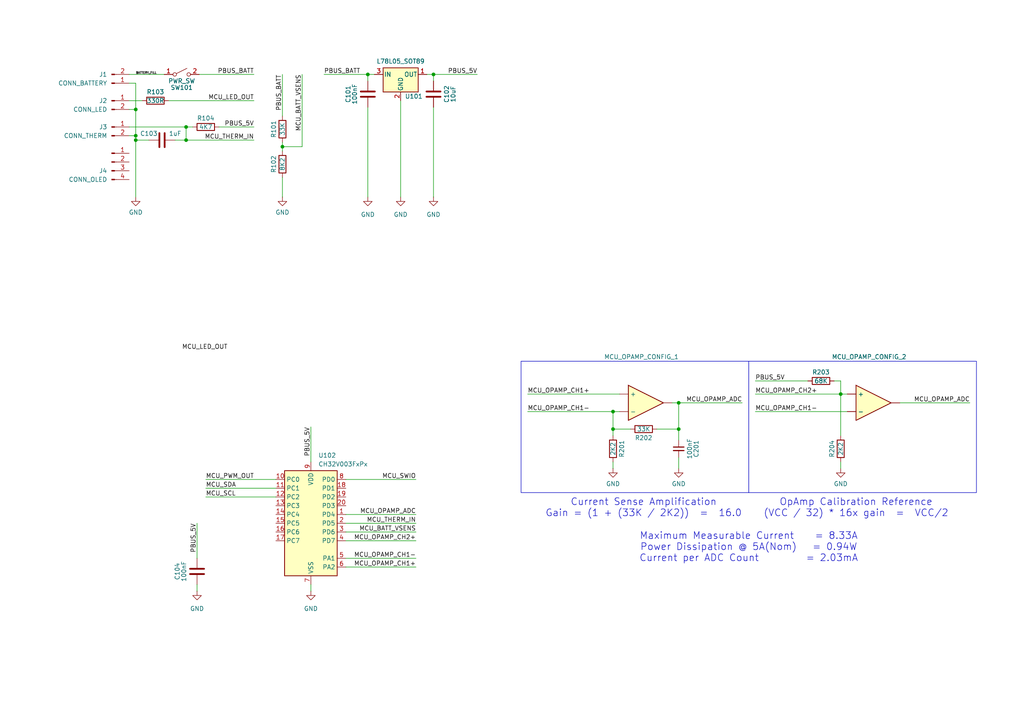
<source format=kicad_sch>
(kicad_sch (version 20250114) (generator "eeschema") (generator_version "9.0")
  (paper "A4")
  (title_block (title "TCRHMAG") (date "2026-01-26") (rev "MkI") (company "ADBeta"))
  (lib_symbols
    (symbol "Connector:Conn_01x02_Pin" (pin_names (offset 1.016) (hide yes))
      (property "Reference" "J" (at 0 2.54 0))
      (property "Value" "Conn_01x02_Pin" (at 0 -5.08 0))
      (symbol "Conn_01x02_Pin_1_1"
        (rectangle (start 0.8636 0.127) (end 0 -0.127) (stroke (width 0.1524)) (fill (type outline)))
        (rectangle (start 0.8636 -2.413) (end 0 -2.667) (stroke (width 0.1524)) (fill (type outline)))
        (polyline (pts (xy 1.27 0) (xy 0.8636 0)) (stroke (width 0.1524)))
        (polyline (pts (xy 1.27 -2.54) (xy 0.8636 -2.54)) (stroke (width 0.1524)))
        (pin passive line (at 5.08 0 180) (length 3.81) (name "Pin_1") (number "1"))
        (pin passive line (at 5.08 -2.54 180) (length 3.81) (name "Pin_2") (number "2"))
      )
    )
    (symbol "Connector:Conn_01x04_Pin" (pin_names (offset 1.016) (hide yes))
      (property "Reference" "J" (at 0 5.08 0))
      (property "Value" "Conn_01x04_Pin" (at 0 -7.62 0))
      (symbol "Conn_01x04_Pin_1_1"
        (rectangle (start 0.8636 2.667) (end 0 2.413) (stroke (width 0.1524)) (fill (type outline)))
        (rectangle (start 0.8636 0.127) (end 0 -0.127) (stroke (width 0.1524)) (fill (type outline)))
        (rectangle (start 0.8636 -2.413) (end 0 -2.667) (stroke (width 0.1524)) (fill (type outline)))
        (rectangle (start 0.8636 -4.953) (end 0 -5.207) (stroke (width 0.1524)) (fill (type outline)))
        (polyline (pts (xy 1.27 2.54) (xy 0.8636 2.54)) (stroke (width 0.1524)))
        (polyline (pts (xy 1.27 0) (xy 0.8636 0)) (stroke (width 0.1524)))
        (polyline (pts (xy 1.27 -2.54) (xy 0.8636 -2.54)) (stroke (width 0.1524)))
        (polyline (pts (xy 1.27 -5.08) (xy 0.8636 -5.08)) (stroke (width 0.1524)))
        (pin passive line (at 5.08 2.54 180) (length 3.81) (name "Pin_1") (number "1"))
        (pin passive line (at 5.08 0 180) (length 3.81) (name "Pin_2") (number "2"))
        (pin passive line (at 5.08 -2.54 180) (length 3.81) (name "Pin_3") (number "3"))
        (pin passive line (at 5.08 -5.08 180) (length 3.81) (name "Pin_4") (number "4"))
      )
    )
    (symbol "Device:C" (pin_numbers (hide yes)) (pin_names (offset 0.254))
      (property "Reference" "C" (at 0.635 2.54 0))
      (property "Value" "C" (at 0.635 -2.54 0))
      (symbol "C_0_1"
        (polyline (pts (xy -2.032 0.762) (xy 2.032 0.762)) (stroke (width 0.508)))
        (polyline (pts (xy -2.032 -0.762) (xy 2.032 -0.762)) (stroke (width 0.508)))
      )
      (symbol "C_1_1"
        (pin passive line (at 0 3.81 270) (length 2.794) (name "~") (number "1"))
        (pin passive line (at 0 -3.81 90) (length 2.794) (name "~") (number "2"))
      )
    )
    (symbol "Device:C_Small" (pin_numbers (hide yes)) (pin_names (offset 0.254) (hide yes))
      (property "Reference" "C" (at 0.254 1.778 0))
      (property "Value" "C_Small" (at 0.254 -2.032 0))
      (symbol "C_Small_0_1"
        (polyline (pts (xy -1.524 0.508) (xy 1.524 0.508)) (stroke (width 0.3048)))
        (polyline (pts (xy -1.524 -0.508) (xy 1.524 -0.508)) (stroke (width 0.3302)))
      )
      (symbol "C_Small_1_1"
        (pin passive line (at 0 2.54 270) (length 2.032) (name "~") (number "1"))
        (pin passive line (at 0 -2.54 90) (length 2.032) (name "~") (number "2"))
      )
    )
    (symbol "Device:R" (pin_numbers (hide yes)) (pin_names (offset 0))
      (property "Reference" "R" (at 2.032 0 90))
      (property "Value" "R" (at 0 0 90))
      (symbol "R_0_1"
        (rectangle (start -1.016 -2.54) (end 1.016 2.54) (stroke (width 0.254)))
      )
      (symbol "R_1_1"
        (pin passive line (at 0 3.81 270) (length 1.27) (name "~") (number "1"))
        (pin passive line (at 0 -3.81 90) (length 1.27) (name "~") (number "2"))
      )
    )
    (symbol "MCU_WCH_RiscV:CH32V003FxPx"
      (property "Reference" "U" (at -7.62 17.78 0))
      (property "Value" "CH32V003FxPx" (at 7.62 17.78 0))
      (symbol "CH32V003FxPx_1_1"
        (rectangle (start -7.62 15.24) (end 7.62 -15.24) (stroke (width 0.254)) (fill (type background)))
        (pin bidirectional line (at -10.16 12.7 0) (length 2.54) (name "PC0") (number "10"))
        (pin bidirectional line (at -10.16 10.16 0) (length 2.54) (name "PC1") (number "11"))
        (pin bidirectional line (at -10.16 7.62 0) (length 2.54) (name "PC2") (number "12"))
        (pin bidirectional line (at -10.16 5.08 0) (length 2.54) (name "PC3") (number "13"))
        (pin bidirectional line (at -10.16 2.54 0) (length 2.54) (name "PC4") (number "14"))
        (pin bidirectional line (at -10.16 0 0) (length 2.54) (name "PC5") (number "15"))
        (pin bidirectional line (at -10.16 -2.54 0) (length 2.54) (name "PC6") (number "16"))
        (pin bidirectional line (at -10.16 -5.08 0) (length 2.54) (name "PC7") (number "17"))
        (pin power_in line (at 0 17.78 270) (length 2.54) (name "VDD") (number "9"))
        (pin power_in line (at 0 -17.78 90) (length 2.54) (name "VSS") (number "7"))
        (pin bidirectional line (at 10.16 12.7 180) (length 2.54) (name "PD0") (number "8"))
        (pin bidirectional line (at 10.16 10.16 180) (length 2.54) (name "PD1") (number "18"))
        (pin bidirectional line (at 10.16 7.62 180) (length 2.54) (name "PD2") (number "19"))
        (pin bidirectional line (at 10.16 5.08 180) (length 2.54) (name "PD3") (number "20"))
        (pin bidirectional line (at 10.16 2.54 180) (length 2.54) (name "PD4") (number "1"))
        (pin bidirectional line (at 10.16 0 180) (length 2.54) (name "PD5") (number "2"))
        (pin bidirectional line (at 10.16 -2.54 180) (length 2.54) (name "PD6") (number "3"))
        (pin bidirectional line (at 10.16 -5.08 180) (length 2.54) (name "PD7") (number "4"))
        (pin bidirectional line (at 10.16 -10.16 180) (length 2.54) (name "PA1") (number "5"))
        (pin bidirectional line (at 10.16 -12.7 180) (length 2.54) (name "PA2") (number "6"))
      )
    )
    (symbol "Regulator_Linear:L78L05_SOT89" (pin_names (offset 0.254))
      (property "Reference" "U" (at -3.81 3.175 0))
      (property "Value" "L78L05_SOT89" (at -0.635 3.175 0))
      (symbol "L78L05_SOT89_0_1"
        (rectangle (start -5.08 1.905) (end 5.08 -5.08) (stroke (width 0.254)) (fill (type background)))
      )
      (symbol "L78L05_SOT89_1_1"
        (pin power_in line (at -7.62 0 0) (length 2.54) (name "IN") (number "3"))
        (pin power_in line (at 0 -7.62 90) (length 2.54) (name "GND") (number "2"))
        (pin power_out line (at 7.62 0 180) (length 2.54) (name "OUT") (number "1"))
      )
    )
    (symbol "Switch:SW_SPST" (pin_names (offset 0) (hide yes))
      (property "Reference" "SW" (at 0 3.175 0))
      (property "Value" "SW_SPST" (at 0 -2.54 0))
      (symbol "SW_SPST_0_0"
        (circle (center -2.032 0) (radius 0.508))
        (polyline (pts (xy -1.524 0.254) (xy 1.524 1.778)))
        (circle (center 2.032 0) (radius 0.508))
      )
      (symbol "SW_SPST_1_1"
        (pin passive line (at -5.08 0 0) (length 2.54) (name "A") (number "1"))
        (pin passive line (at 5.08 0 180) (length 2.54) (name "B") (number "2"))
      )
    )
    (symbol "TCRHMAG:Si4116DY"
      (property "Reference" "Q" (at 0 0 0))
      (symbol "Si4116DY_0_1"
        (polyline (pts (xy -2.286 1.905) (xy -2.286 -1.905)) (stroke (width 0.254)))
        (polyline (pts (xy -2.286 0) (xy -5.08 0)))
        (polyline (pts (xy -1.778 2.286) (xy -1.778 1.27)) (stroke (width 0.254)))
        (polyline (pts (xy -1.778 0.508) (xy -1.778 -0.508)) (stroke (width 0.254)))
        (polyline (pts (xy -1.778 -1.27) (xy -1.778 -2.286)) (stroke (width 0.254)))
        (polyline (pts (xy -1.778 -1.778) (xy 0.762 -1.778) (xy 0.762 1.778) (xy -1.778 1.778)))
        (polyline (pts (xy -1.524 0) (xy -0.508 0.381) (xy -0.508 -0.381) (xy -1.524 0)) (fill (type outline)))
        (circle (center -0.889 0) (radius 2.794) (stroke (width 0.254)))
        (polyline (pts (xy 0 2.54) (xy 0 1.778)))
        (circle (center 0 1.778) (radius 0.254) (fill (type outline)))
        (circle (center 0 -1.778) (radius 0.254) (fill (type outline)))
        (polyline (pts (xy 0 -2.54) (xy 0 0) (xy -1.778 0)))
        (polyline (pts (xy 0.254 0.508) (xy 0.381 0.381) (xy 1.143 0.381) (xy 1.27 0.254)))
        (polyline (pts (xy 0.762 0.381) (xy 0.381 -0.254) (xy 1.143 -0.254) (xy 0.762 0.381)))
      )
      (symbol "Si4116DY_1_1"
        (pin input line (at -7.62 0 0) (length 2.54) (name "G") (number "4"))
        (pin passive line (at 0 5.08 270) (length 2.54) (name "D") (number "5"))
        (pin passive line (at 0 5.08 270) (length 2.54) (hide yes) (name "D") (number "6"))
        (pin passive line (at 0 5.08 270) (length 2.54) (hide yes) (name "D") (number "7"))
        (pin passive line (at 0 5.08 270) (length 2.54) (hide yes) (name "D") (number "8"))
        (pin passive line (at 0 -5.08 90) (length 2.54) (name "S") (number "1"))
        (pin passive line (at 0 -5.08 90) (length 2.54) (hide yes) (name "S") (number "2"))
        (pin passive line (at 0 -5.08 90) (length 2.54) (hide yes) (name "S") (number "3"))
      )
    )
    (symbol "TCRHMAG:VIRTUAL_OPAMP" (pin_numbers (hide yes)) (exclude_from_sim yes) (in_bom no) (on_board no)
      (symbol "VIRTUAL_OPAMP_1_1"
        (polyline (pts (xy -3.81 5.08) (xy 6.35 0) (xy -3.81 -5.08) (xy -3.81 5.08)) (stroke (width 0.254)) (fill (type background)))
        (pin input line (at -6.35 2.54 0) (length 2.54) (name "+") (number "1"))
        (pin input line (at -6.35 -2.54 0) (length 2.54) (name "-") (number "2"))
        (pin output line (at 8.89 0 180) (length 2.54) (name "~") (number "3"))
      )
    )
    (symbol "power:GND" (power) (pin_numbers (hide yes)) (pin_names (offset 0) (hide yes))
      (property "Value" "GND" (at 0 -3.81 0))
      (symbol "GND_0_1"
        (polyline (pts (xy 0 0) (xy 0 -1.27) (xy 1.27 -1.27) (xy 0 -2.54) (xy -1.27 -1.27) (xy 0 -1.27)))
      )
      (symbol "GND_1_1"
        (pin power_in line (at 0 0 270) (length 0) (name "~") (number "1"))
      )
    )
  )
  (rectangle (start 151.13 104.775) (end 217.17 142.875))
  (rectangle (start 217.17 104.775) (end 283.21 142.875))
  (text "OpAmp Calibration Reference\n(VCC / 32) * 16x gain  =  VCC/2" (at 248.285 147.32 0) (effects (font (size 2 2))))
  (text "Current Sense Amplification\nGain = (1 + (33K / 2K2))  =  16.0" (at 186.69 147.32 0) (effects (font (size 2 2))))
  (text "Maximum Measurable Current    = 8.33A\nPower Dissipation @ 5A(Nom)   = 0.94W\nCurrent per ADC Count         = 2.03mA" (at 217.17 158.75 0) (effects (font (size 2 2))))
  (junction (at 177.8 119.38))
  (junction (at 53.975 40.64))
  (junction (at 125.73 21.59))
  (junction (at -74.93 111.76))
  (junction (at 243.84 114.3))
  (junction (at 196.85 124.46))
  (junction (at -71.12 123.19))
  (junction (at 196.85 116.84))
  (junction (at 106.68 21.59))
  (junction (at 177.8 124.46))
  (junction (at 81.915 42.545))
  (junction (at -84.455 102.87))
  (junction (at 39.37 31.75))
  (junction (at -74.93 123.19))
  (junction (at -67.31 111.76))
  (junction (at 53.975 36.83))
  (junction (at -71.12 111.76))
  (junction (at 39.37 39.37))
  (junction (at 39.37 40.64))
  (junction (at -55.88 111.76))
  (wire (pts (xy 177.8 133.985) (xy 177.8 135.89)))
  (wire (pts (xy 93.98 21.59) (xy 106.68 21.59)))
  (wire (pts (xy -74.93 91.44) (xy -76.835 91.44)))
  (wire (pts (xy 243.84 110.49) (xy 243.84 114.3)))
  (wire (pts (xy 196.85 116.84) (xy 215.265 116.84)))
  (wire (pts (xy 48.895 29.21) (xy 73.66 29.21)))
  (wire (pts (xy 177.8 124.46) (xy 177.8 126.365)))
  (wire (pts (xy -71.12 111.76) (xy -74.93 111.76)))
  (wire (pts (xy 90.17 123.825) (xy 90.17 133.985)))
  (wire (pts (xy -76.835 93.98) (xy -74.93 93.98)))
  (wire (pts (xy -74.93 93.98) (xy -74.93 97.79)))
  (wire (pts (xy -84.455 102.87) (xy -82.55 102.87)))
  (wire (pts (xy -55.88 111.76) (xy -55.88 114.935)))
  (wire (pts (xy 37.465 29.21) (xy 41.275 29.21)))
  (wire (pts (xy 153.035 119.38) (xy 177.8 119.38)))
  (wire (pts (xy 106.68 21.59) (xy 108.585 21.59)))
  (wire (pts (xy 194.945 116.84) (xy 196.85 116.84)))
  (wire (pts (xy 37.465 39.37) (xy 39.37 39.37)))
  (wire (pts (xy 90.17 169.545) (xy 90.17 171.45)))
  (wire (pts (xy 153.035 114.3) (xy 179.705 114.3)))
  (wire (pts (xy 106.68 31.115) (xy 106.68 57.15)))
  (wire (pts (xy 39.37 24.13) (xy 39.37 31.75)))
  (wire (pts (xy 177.8 119.38) (xy 177.8 124.46)))
  (wire (pts (xy 59.69 139.065) (xy 80.01 139.065)))
  (wire (pts (xy 196.85 132.715) (xy 196.85 135.89)))
  (wire (pts (xy -67.31 120.015) (xy -67.31 123.19)))
  (wire (pts (xy 125.73 21.59) (xy 138.43 21.59)))
  (wire (pts (xy 53.975 40.64) (xy 53.975 36.83)))
  (wire (pts (xy 39.37 40.64) (xy 39.37 57.15)))
  (wire (pts (xy 63.5 36.83) (xy 73.66 36.83)))
  (wire (pts (xy 53.975 36.83) (xy 55.88 36.83)))
  (wire (pts (xy -71.12 111.76) (xy -71.12 113.665)))
  (wire (pts (xy 219.075 110.49) (xy 234.315 110.49)))
  (wire (pts (xy 116.205 29.21) (xy 116.205 57.15)))
  (wire (pts (xy -74.93 76.2) (xy -74.93 91.44)))
  (wire (pts (xy -71.12 123.19) (xy -74.93 123.19)))
  (wire (pts (xy 81.915 41.275) (xy 81.915 42.545)))
  (wire (pts (xy 125.73 21.59) (xy 125.73 23.495)))
  (wire (pts (xy 37.465 36.83) (xy 53.975 36.83)))
  (wire (pts (xy -57.785 111.76) (xy -55.88 111.76)))
  (wire (pts (xy -109.22 102.87) (xy -93.98 102.87)))
  (wire (pts (xy 53.975 40.64) (xy 73.66 40.64)))
  (wire (pts (xy -86.36 102.87) (xy -84.455 102.87)))
  (wire (pts (xy 39.37 39.37) (xy 39.37 40.64)))
  (wire (pts (xy 39.37 40.64) (xy 43.18 40.64)))
  (wire (pts (xy 57.15 169.545) (xy 57.15 171.45)))
  (wire (pts (xy -71.12 123.19) (xy -71.12 121.285)))
  (wire (pts (xy -67.31 123.19) (xy -71.12 123.19)))
  (wire (pts (xy 87.63 42.545) (xy 81.915 42.545)))
  (wire (pts (xy 243.84 114.3) (xy 243.84 126.365)))
  (wire (pts (xy 87.63 21.59) (xy 87.63 42.545)))
  (wire (pts (xy 81.915 51.435) (xy 81.915 57.15)))
  (wire (pts (xy 81.915 42.545) (xy 81.915 43.815)))
  (wire (pts (xy 123.825 21.59) (xy 125.73 21.59)))
  (wire (pts (xy 245.745 114.3) (xy 243.84 114.3)))
  (wire (pts (xy 59.69 141.605) (xy 80.01 141.605)))
  (wire (pts (xy -55.88 111.76) (xy -36.83 111.76)))
  (wire (pts (xy 37.465 31.75) (xy 39.37 31.75)))
  (wire (pts (xy 59.69 144.145) (xy 80.01 144.145)))
  (wire (pts (xy 190.5 124.46) (xy 196.85 124.46)))
  (wire (pts (xy -67.31 111.76) (xy -67.31 114.935)))
  (wire (pts (xy -67.31 111.76) (xy -71.12 111.76)))
  (wire (pts (xy 100.33 151.765) (xy 120.65 151.765)))
  (wire (pts (xy 100.33 149.225) (xy 120.65 149.225)))
  (wire (pts (xy 260.985 116.84) (xy 281.305 116.84)))
  (wire (pts (xy -74.93 113.665) (xy -74.93 111.76)))
  (wire (pts (xy 219.075 119.38) (xy 245.745 119.38)))
  (wire (pts (xy 182.88 124.46) (xy 177.8 124.46)))
  (wire (pts (xy 50.8 40.64) (xy 53.975 40.64)))
  (wire (pts (xy 243.84 133.985) (xy 243.84 135.89)))
  (wire (pts (xy -84.455 102.87) (xy -84.455 113.665)))
  (wire (pts (xy -84.455 121.285) (xy -84.455 125.095)))
  (wire (pts (xy -74.93 123.19) (xy -74.93 121.285)))
  (wire (pts (xy 100.33 156.845) (xy 120.65 156.845)))
  (wire (pts (xy 241.935 110.49) (xy 243.84 110.49)))
  (wire (pts (xy 100.33 139.065) (xy 120.65 139.065)))
  (wire (pts (xy 196.85 116.84) (xy 196.85 124.46)))
  (wire (pts (xy 100.33 164.465) (xy 120.65 164.465)))
  (wire (pts (xy 39.37 31.75) (xy 39.37 39.37)))
  (wire (pts (xy 100.33 161.925) (xy 120.65 161.925)))
  (wire (pts (xy 57.785 21.59) (xy 73.66 21.59)))
  (wire (pts (xy 81.915 21.59) (xy 81.915 33.655)))
  (wire (pts (xy -55.88 120.015) (xy -55.88 123.825)))
  (wire (pts (xy 100.33 154.305) (xy 120.65 154.305)))
  (wire (pts (xy 57.15 151.765) (xy 57.15 161.925)))
  (wire (pts (xy 196.85 124.46) (xy 196.85 127.635)))
  (wire (pts (xy -74.93 107.95) (xy -74.93 111.76)))
  (wire (pts (xy 37.465 21.59) (xy 47.625 21.59)))
  (wire (pts (xy -65.405 111.76) (xy -67.31 111.76)))
  (wire (pts (xy -74.93 123.19) (xy -74.93 125.095)))
  (wire (pts (xy 37.465 24.13) (xy 39.37 24.13)))
  (wire (pts (xy 219.075 114.3) (xy 243.84 114.3)))
  (wire (pts (xy 125.73 57.15) (xy 125.73 31.115)))
  (wire (pts (xy 179.705 119.38) (xy 177.8 119.38)))
  (wire (pts (xy 106.68 21.59) (xy 106.68 23.495)))
  (label "MCU_OPAMP_CH1-" (at 153.035 119.38 0))
  (label "MCU_SCL" (at 59.69 144.145 0))
  (label "MCU_THERM_IN" (at 120.65 151.765 180))
  (label "PBUS_BATT" (at -74.93 76.2 270))
  (label "HEATER_FILL" (at -74.93 93.98 0) (effects (font (size 0.6 0.6))))
  (label "MCU_OPAMP_ADC" (at 120.65 149.225 180))
  (label "MCU_OPAMP_CH1+" (at 120.65 164.465 180))
  (label "PBUS_5V" (at 138.43 21.59 180))
  (label "MCU_OPAMP_CH1+" (at 153.035 114.3 0))
  (label "MCU_OPAMP_CH1-" (at 120.65 161.925 180))
  (label "BATTERY_FILL" (at 39.37 21.59 0) (effects (font (size 0.6 0.6))))
  (label "MCU_OPAMP_CH1-" (at 219.075 119.38 0))
  (label "MCU_LED_OUT" (at 73.66 29.21 180))
  (label "CSENSE_FILL" (at -74.93 111.125 0) (effects (font (size 0.6 0.6))))
  (label "MCU_PWM_OUT" (at 59.69 139.065 0))
  (label "MCU_BATT_VSENS" (at 87.63 21.59 270))
  (label "PBUS_5V" (at 219.075 110.49 0))
  (label "MCU_OPAMP_ADC" (at 215.265 116.84 180))
  (label "PBUS_BATT" (at 73.66 21.59 180))
  (label "PBUS_5V" (at 73.66 36.83 180))
  (label "PBUS_5V" (at 90.17 123.825 270))
  (label "MCU_SDA" (at 59.69 141.605 0))
  (label "PBUS_BATT" (at 93.98 21.59 0))
  (label "MCU_OPAMP_CH2+" (at 219.075 114.3 0))
  (label "MCU_LED_OUT" (at 66.04 101.6 180))
  (label "MCU_THERM_IN" (at 73.66 40.64 180))
  (label "PBUS_BATT" (at 81.915 21.59 270))
  (label "MCU_SWIO" (at 120.65 139.065 180))
  (label "MCU_PWM_OUT" (at -109.22 102.87 0))
  (label "PBUS_5V" (at 57.15 151.765 270))
  (label "MCU_OPAMP_ADC" (at 281.305 116.84 180))
  (label "MCU_OPAMP_CH2+" (at 120.65 156.845 180))
  (label "MCU_BATT_VSENS" (at 120.65 154.305 180))
  (label "MCU_OPAMP_CH1+" (at -36.83 111.76 180))
  (symbol (lib_id "Device:R") (at 238.125 110.49 90) (unit 1)
    (property "Reference" "R203" (at 238.125 107.95 90))
    (property "Value" "68K" (at 238.125 110.49 90))
    (property "Footprint" "Resistor_SMD:R_0603_1608Metric" (effects (hide yes)))
    (property "Description" "Resistor" (effects (hide yes)))
  )
  (symbol (lib_id "Device:C") (at 46.99 40.64 90) (unit 1)
    (property "Reference" "C103" (at 43.18 38.735 90))
    (property "Value" "1uF" (at 50.8 38.735 90))
    (property "Footprint" "Capacitor_SMD:C_0603_1608Metric" (effects (hide yes)))
    (property "Description" "Unpolarized capacitor" (effects (hide yes)))
  )
  (symbol (lib_id "Connector:Conn_01x04_Pin") (at 32.385 46.99 0) (unit 1)
    (property "Reference" "J4" (at 31.115 49.53 0) (effects (justify right)))
    (property "Value" "CONN_OLED" (at 31.115 52.07 0) (effects (justify right)))
    (property "Description" "Generic connector, single row, 01x04, script generated" (effects (hide yes)))
  )
  (symbol (lib_id "power:GND") (at 243.84 135.89 0) (unit 1)
    (property "Reference" "#PWR011" (effects (hide yes)))
    (property "Value" "GND" (at 243.84 140.335 0))
    (property "Description" "Power symbol creates a global label with name \"GND\" , ground" (effects (hide yes)))
  )
  (symbol (lib_id "Device:R") (at 186.69 124.46 90) (unit 1)
    (property "Reference" "R202" (at 186.69 127 90))
    (property "Value" "33K" (at 186.69 124.46 90))
    (property "Footprint" "Resistor_SMD:R_0603_1608Metric" (effects (hide yes)))
    (property "Description" "Resistor" (effects (hide yes)))
  )
  (symbol (lib_id "TCRHMAG:Si4116DY") (at -74.93 102.87 0) (unit 1)
    (property "Reference" "Q301" (at -69.85 102.87 90))
    (property "Value" "Si4116DY" (at -71.755 102.87 90))
    (property "Footprint" "Package_SO:SOIC-8_3.9x4.9mm_P1.27mm" (effects (hide yes)))
    (property "Datasheet" "https://www.vishay.com/docs/69837/si4116dy.pdf" (effects (hide yes)))
  )
  (symbol (lib_id "Device:C") (at 57.15 165.735 0) (unit 1)
    (property "Reference" "C104" (at 51.435 165.735 90))
    (property "Value" "100nF" (at 53.34 165.735 90))
    (property "Footprint" "Capacitor_SMD:C_0603_1608Metric" (effects (hide yes)))
    (property "Description" "Unpolarized capacitor" (effects (hide yes)))
  )
  (symbol (lib_id "Connector:Conn_01x02_Pin") (at 32.385 24.13 0) (mirror x) (unit 1)
    (property "Reference" "J1" (at 31.115 21.59 0) (effects (justify right)))
    (property "Value" "CONN_BATTERY" (at 31.115 24.13 0) (effects (justify right)))
    (property "Footprint" "TCRHMAG:Power_Conn" (effects (hide yes)))
    (property "Description" "Generic connector, single row, 01x02, script generated" (effects (hide yes)))
  )
  (symbol (lib_id "Device:C_Small") (at -67.31 117.475 0) (mirror y) (unit 1)
    (property "Reference" "C301" (at -62.23 117.475 90))
    (property "Value" "100nF" (at -64.135 117.475 90))
    (property "Footprint" "Capacitor_SMD:C_0603_1608Metric" (effects (hide yes)))
    (property "Description" "Unpolarized capacitor, small symbol" (effects (hide yes)))
  )
  (symbol (lib_id "power:GND") (at 177.8 135.89 0) (unit 1)
    (property "Reference" "#PWR013" (effects (hide yes)))
    (property "Value" "GND" (at 177.8 140.335 0))
    (property "Description" "Power symbol creates a global label with name \"GND\" , ground" (effects (hide yes)))
  )
  (symbol (lib_id "TCRHMAG:VIRTUAL_OPAMP") (at 252.095 116.84 0) (unit 1) (exclude_from_sim yes) (in_bom no) (on_board no)
    (property "Reference" "MCU_OPAMP_CONFIG_2" (at 252.095 103.505 0))
  )
  (symbol (lib_id "MCU_WCH_RiscV:CH32V003FxPx") (at 90.17 151.765 0) (unit 1)
    (property "Reference" "U102" (at 92.3133 132.08 0) (effects (justify left)))
    (property "Value" "CH32V003FxPx" (at 92.3133 134.62 0) (effects (justify left)))
    (property "Footprint" "Package_SO:TSSOP-20_4.4x6.5mm_P0.65mm" (effects (hide yes)))
    (property "Datasheet" "https://www.wch-ic.com/products/CH32V003.html" (effects (hide yes)))
    (property "Description" "CH32V003 series are industrial-grade general-purpose microcontrollers designed based on 32-bit RISC-V instruction set and architecture. It adopts QingKe V2A core, RV32EC instruction set, and supports 2 levels of interrupt nesting. The series are mounted with rich peripheral interfaces and function modules. Its internal organizational structure meets the low-cost and low-power embedded application scenarios." (effects (hide yes)))
  )
  (symbol (lib_id "Device:C") (at 125.73 27.305 0) (unit 1)
    (property "Reference" "C102" (at 129.54 27.305 90))
    (property "Value" "10uF" (at 131.445 27.305 90))
    (property "Footprint" "Capacitor_SMD:C_0603_1608Metric" (effects (hide yes)))
    (property "Description" "Unpolarized capacitor" (effects (hide yes)))
  )
  (symbol (lib_id "power:GND") (at 116.205 57.15 0) (unit 1)
    (property "Reference" "#PWR03" (effects (hide yes)))
    (property "Value" "GND" (at 116.205 62.23 0))
    (property "Description" "Power symbol creates a global label with name \"GND\" , ground" (effects (hide yes)))
  )
  (symbol (lib_id "Connector:Conn_01x02_Pin") (at -81.915 91.44 0) (unit 1)
    (property "Reference" "J5" (at -83.185 91.44 0) (effects (justify right)))
    (property "Value" "CONN_HEATER" (at -83.185 93.98 0) (effects (justify right)))
    (property "Footprint" "TCRHMAG:Power_Conn" (effects (hide yes)))
    (property "Description" "Generic connector, single row, 01x02, script generated" (effects (hide yes)))
  )
  (symbol (lib_id "Device:R") (at 81.915 37.465 0) (mirror x) (unit 1)
    (property "Reference" "R101" (at 79.375 37.465 90))
    (property "Value" "33K" (at 81.915 37.465 90))
    (property "Footprint" "Resistor_SMD:R_0603_1608Metric" (effects (hide yes)))
    (property "Description" "Resistor" (effects (hide yes)))
  )
  (symbol (lib_id "Device:R") (at -71.12 117.475 0) (mirror y) (unit 1)
    (property "Reference" "R302" (at -77.47 117.475 90))
    (property "Value" "0R075" (at -71.12 117.475 90) (effects (font (size 1 1))))
    (property "Footprint" "Resistor_SMD:R_2512_6332Metric_Pad1.40x3.35mm_HandSolder" (effects (hide yes)))
    (property "Description" "Resistor" (effects (hide yes)))
  )
  (symbol (lib_id "power:GND") (at 39.37 57.15 0) (unit 1)
    (property "Reference" "#PWR01" (effects (hide yes)))
    (property "Value" "GND" (at 39.37 61.595 0))
    (property "Description" "Power symbol creates a global label with name \"GND\" , ground" (effects (hide yes)))
  )
  (symbol (lib_id "Device:C") (at 106.68 27.305 0) (unit 1)
    (property "Reference" "C101" (at 100.965 27.305 90))
    (property "Value" "100nF" (at 102.87 27.305 90))
    (property "Footprint" "Capacitor_SMD:C_0603_1608Metric" (effects (hide yes)))
    (property "Description" "Unpolarized capacitor" (effects (hide yes)))
  )
  (symbol (lib_id "Connector:Conn_01x02_Pin") (at 32.385 36.83 0) (unit 1)
    (property "Reference" "J3" (at 31.115 36.83 0) (effects (justify right)))
    (property "Value" "CONN_THERM" (at 31.115 39.37 0) (effects (justify right)))
    (property "Footprint" "TCRHMAG:Signal_Conn" (effects (hide yes)))
    (property "Description" "Generic connector, single row, 01x02, script generated" (effects (hide yes)))
  )
  (symbol (lib_id "power:GND") (at 106.68 57.15 0) (unit 1)
    (property "Reference" "#PWR05" (effects (hide yes)))
    (property "Value" "GND" (at 106.68 62.23 0))
    (property "Description" "Power symbol creates a global label with name \"GND\" , ground" (effects (hide yes)))
  )
  (symbol (lib_id "Switch:SW_SPST") (at 52.705 21.59 0) (unit 1)
    (property "Reference" "SW101" (at 52.705 25.4 0))
    (property "Value" "PWR_SW" (at 52.705 23.495 0))
    (property "Footprint" "TCRHMAG:U13SS_Switch" (effects (hide yes)))
    (property "Description" "Single Pole Single Throw (SPST) switch" (effects (hide yes)))
  )
  (symbol (lib_id "power:GND") (at 196.85 135.89 0) (unit 1)
    (property "Reference" "#PWR014" (effects (hide yes)))
    (property "Value" "GND" (at 196.85 140.335 0))
    (property "Description" "Power symbol creates a global label with name \"GND\" , ground" (effects (hide yes)))
  )
  (symbol (lib_id "Device:R") (at -84.455 117.475 0) (mirror x) (unit 1)
    (property "Reference" "R106" (at -86.995 117.475 90))
    (property "Value" "33K" (at -84.455 117.475 90))
    (property "Footprint" "Resistor_SMD:R_0603_1608Metric" (effects (hide yes)))
    (property "Description" "Resistor" (effects (hide yes)))
  )
  (symbol (lib_id "Device:R") (at 45.085 29.21 90) (unit 1)
    (property "Reference" "R103" (at 45.085 26.67 90))
    (property "Value" "330R" (at 45.085 29.21 90))
    (property "Footprint" "Resistor_SMD:R_0603_1608Metric" (effects (hide yes)))
    (property "Description" "Resistor" (effects (hide yes)))
  )
  (symbol (lib_id "Device:R") (at -90.17 102.87 90) (unit 1)
    (property "Reference" "R105" (at -90.17 100.33 90))
    (property "Value" "10R" (at -90.17 102.87 90))
    (property "Footprint" "Resistor_SMD:R_0603_1608Metric" (effects (hide yes)))
    (property "Description" "Resistor" (effects (hide yes)))
  )
  (symbol (lib_id "TCRHMAG:VIRTUAL_OPAMP") (at 186.055 116.84 0) (unit 1) (exclude_from_sim yes) (in_bom no) (on_board no)
    (property "Reference" "MCU_OPAMP_CONFIG_1" (at 186.055 103.505 0))
  )
  (symbol (lib_id "power:GND") (at 81.915 57.15 0) (unit 1)
    (property "Reference" "#PWR010" (effects (hide yes)))
    (property "Value" "GND" (at 81.915 61.595 0))
    (property "Description" "Power symbol creates a global label with name \"GND\" , ground" (effects (hide yes)))
  )
  (symbol (lib_id "power:GND") (at 90.17 171.45 0) (unit 1)
    (property "Reference" "#PWR02" (effects (hide yes)))
    (property "Value" "GND" (at 90.17 176.53 0))
    (property "Description" "Power symbol creates a global label with name \"GND\" , ground" (effects (hide yes)))
  )
  (symbol (lib_id "power:GND") (at 57.15 171.45 0) (unit 1)
    (property "Reference" "#PWR06" (effects (hide yes)))
    (property "Value" "GND" (at 57.15 176.53 0))
    (property "Description" "Power symbol creates a global label with name \"GND\" , ground" (effects (hide yes)))
  )
  (symbol (lib_id "power:GND") (at -74.93 125.095 0) (mirror y) (unit 1)
    (property "Reference" "#PWR09" (effects (hide yes)))
    (property "Value" "GND" (at -74.93 128.905 0))
    (property "Description" "Power symbol creates a global label with name \"GND\" , ground" (effects (hide yes)))
  )
  (symbol (lib_id "Device:R") (at 59.69 36.83 90) (unit 1)
    (property "Reference" "R104" (at 59.69 34.29 90))
    (property "Value" "4K7" (at 59.69 36.83 90))
    (property "Footprint" "Resistor_SMD:R_0603_1608Metric" (effects (hide yes)))
    (property "Description" "Resistor" (effects (hide yes)))
  )
  (symbol (lib_id "Device:C_Small") (at -55.88 117.475 0) (mirror y) (unit 1)
    (property "Reference" "C302" (at -50.8 117.475 90))
    (property "Value" "100nF" (at -52.705 117.475 90))
    (property "Footprint" "Capacitor_SMD:C_0603_1608Metric" (effects (hide yes)))
    (property "Description" "Unpolarized capacitor, small symbol" (effects (hide yes)))
  )
  (symbol (lib_id "Regulator_Linear:L78L05_SOT89") (at 116.205 21.59 0) (unit 1)
    (property "Reference" "U101" (at 120.015 27.94 0))
    (property "Value" "L78L05_SOT89" (at 116.205 17.78 0))
    (property "Footprint" "Package_TO_SOT_SMD:SOT-89-3" (effects (hide yes)))
    (property "Datasheet" "http://www.st.com/content/ccc/resource/technical/document/datasheet/15/55/e5/aa/23/5b/43/fd/CD00000446.pdf/files/CD00000446.pdf/jcr:content/translations/en.CD00000446.pdf" (effects (hide yes)))
    (property "Description" "Positive 100mA 30V Linear Regulator, Fixed Output 5V, SOT-89" (effects (hide yes)))
  )
  (symbol (lib_id "Device:R") (at -74.93 117.475 0) (mirror y) (unit 1)
    (property "Reference" "R301" (at -79.375 117.475 90))
    (property "Value" "0R075" (at -74.93 117.475 90) (effects (font (size 1 1))))
    (property "Footprint" "Resistor_SMD:R_2512_6332Metric_Pad1.40x3.35mm_HandSolder" (effects (hide yes)))
    (property "Description" "Resistor" (effects (hide yes)))
  )
  (symbol (lib_id "Device:C_Small") (at 196.85 130.175 0) (mirror y) (unit 1)
    (property "Reference" "C201" (at 201.93 130.175 90))
    (property "Value" "100nF" (at 200.025 130.175 90))
    (property "Footprint" "Capacitor_SMD:C_0603_1608Metric" (effects (hide yes)))
    (property "Description" "Unpolarized capacitor, small symbol" (effects (hide yes)))
  )
  (symbol (lib_id "Device:R") (at 243.84 130.175 180) (unit 1)
    (property "Reference" "R204" (at 241.3 130.175 90))
    (property "Value" "2K2" (at 243.84 130.175 90))
    (property "Footprint" "Resistor_SMD:R_0603_1608Metric" (effects (hide yes)))
    (property "Description" "Resistor" (effects (hide yes)))
  )
  (symbol (lib_id "power:GND") (at 125.73 57.15 0) (unit 1)
    (property "Reference" "#PWR04" (effects (hide yes)))
    (property "Value" "GND" (at 125.73 62.23 0))
    (property "Description" "Power symbol creates a global label with name \"GND\" , ground" (effects (hide yes)))
  )
  (symbol (lib_id "power:GND") (at -84.455 125.095 0) (mirror y) (unit 1)
    (property "Reference" "#PWR08" (effects (hide yes)))
    (property "Value" "GND" (at -84.455 128.905 0))
    (property "Description" "Power symbol creates a global label with name \"GND\" , ground" (effects (hide yes)))
  )
  (symbol (lib_id "Device:R") (at -61.595 111.76 270) (mirror x) (unit 1)
    (property "Reference" "R303" (at -61.595 109.22 90))
    (property "Value" "33K" (at -61.595 111.76 90))
    (property "Footprint" "Resistor_SMD:R_0603_1608Metric" (effects (hide yes)))
    (property "Description" "Resistor" (effects (hide yes)))
  )
  (symbol (lib_id "Device:R") (at 81.915 47.625 0) (mirror x) (unit 1)
    (property "Reference" "R102" (at 79.375 47.625 90))
    (property "Value" "8K2" (at 81.915 47.625 90))
    (property "Footprint" "Resistor_SMD:R_0603_1608Metric" (effects (hide yes)))
    (property "Description" "Resistor" (effects (hide yes)))
  )
  (symbol (lib_id "power:GND") (at -55.88 123.825 0) (mirror y) (unit 1)
    (property "Reference" "#PWR07" (effects (hide yes)))
    (property "Value" "GND" (at -55.88 127.635 0))
    (property "Description" "Power symbol creates a global label with name \"GND\" , ground" (effects (hide yes)))
  )
  (symbol (lib_id "Connector:Conn_01x02_Pin") (at 32.385 29.21 0) (unit 1)
    (property "Reference" "J2" (at 31.115 29.21 0) (effects (justify right)))
    (property "Value" "CONN_LED" (at 31.115 31.75 0) (effects (justify right)))
    (property "Footprint" "TCRHMAG:Signal_Conn" (effects (hide yes)))
    (property "Description" "Generic connector, single row, 01x02, script generated" (effects (hide yes)))
  )
  (symbol (lib_id "Device:R") (at 177.8 130.175 180) (unit 1)
    (property "Reference" "R201" (at 180.34 130.175 90))
    (property "Value" "2K2" (at 177.8 130.175 90))
    (property "Footprint" "Resistor_SMD:R_0603_1608Metric" (effects (hide yes)))
    (property "Description" "Resistor" (effects (hide yes)))
  )
)
</source>
